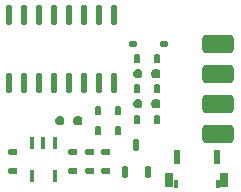
<source format=gtp>
G04*
G04 #@! TF.GenerationSoftware,Altium Limited,Altium Designer,22.3.1 (43)*
G04*
G04 Layer_Color=8421504*
%FSTAX25Y25*%
%MOIN*%
G70*
G04*
G04 #@! TF.SameCoordinates,AA438D0C-BAC3-434F-BC1F-4FEAB2FC06D2*
G04*
G04*
G04 #@! TF.FilePolarity,Positive*
G04*
G01*
G75*
G04:AMPARAMS|DCode=19|XSize=30mil|YSize=22mil|CornerRadius=5.5mil|HoleSize=0mil|Usage=FLASHONLY|Rotation=0.000|XOffset=0mil|YOffset=0mil|HoleType=Round|Shape=RoundedRectangle|*
%AMROUNDEDRECTD19*
21,1,0.03000,0.01100,0,0,0.0*
21,1,0.01900,0.02200,0,0,0.0*
1,1,0.01100,0.00950,-0.00550*
1,1,0.01100,-0.00950,-0.00550*
1,1,0.01100,-0.00950,0.00550*
1,1,0.01100,0.00950,0.00550*
%
%ADD19ROUNDEDRECTD19*%
%ADD20R,0.01772X0.03937*%
%ADD21R,0.02362X0.04724*%
%ADD22R,0.01575X0.02559*%
%ADD23R,0.02559X0.05118*%
G04:AMPARAMS|DCode=24|XSize=30mil|YSize=30mil|CornerRadius=7.5mil|HoleSize=0mil|Usage=FLASHONLY|Rotation=180.000|XOffset=0mil|YOffset=0mil|HoleType=Round|Shape=RoundedRectangle|*
%AMROUNDEDRECTD24*
21,1,0.03000,0.01500,0,0,180.0*
21,1,0.01500,0.03000,0,0,180.0*
1,1,0.01500,-0.00750,0.00750*
1,1,0.01500,0.00750,0.00750*
1,1,0.01500,0.00750,-0.00750*
1,1,0.01500,-0.00750,-0.00750*
%
%ADD24ROUNDEDRECTD24*%
%ADD25P,0.03247X8X202.5*%
G04:AMPARAMS|DCode=26|XSize=17.72mil|YSize=39.37mil|CornerRadius=4.43mil|HoleSize=0mil|Usage=FLASHONLY|Rotation=180.000|XOffset=0mil|YOffset=0mil|HoleType=Round|Shape=RoundedRectangle|*
%AMROUNDEDRECTD26*
21,1,0.01772,0.03051,0,0,180.0*
21,1,0.00886,0.03937,0,0,180.0*
1,1,0.00886,-0.00443,0.01526*
1,1,0.00886,0.00443,0.01526*
1,1,0.00886,0.00443,-0.01526*
1,1,0.00886,-0.00443,-0.01526*
%
%ADD26ROUNDEDRECTD26*%
G04:AMPARAMS|DCode=27|XSize=62.99mil|YSize=106.3mil|CornerRadius=15.75mil|HoleSize=0mil|Usage=FLASHONLY|Rotation=270.000|XOffset=0mil|YOffset=0mil|HoleType=Round|Shape=RoundedRectangle|*
%AMROUNDEDRECTD27*
21,1,0.06299,0.07480,0,0,270.0*
21,1,0.03150,0.10630,0,0,270.0*
1,1,0.03150,-0.03740,-0.01575*
1,1,0.03150,-0.03740,0.01575*
1,1,0.03150,0.03740,0.01575*
1,1,0.03150,0.03740,-0.01575*
%
%ADD27ROUNDEDRECTD27*%
G04:AMPARAMS|DCode=28|XSize=30mil|YSize=22mil|CornerRadius=5.5mil|HoleSize=0mil|Usage=FLASHONLY|Rotation=270.000|XOffset=0mil|YOffset=0mil|HoleType=Round|Shape=RoundedRectangle|*
%AMROUNDEDRECTD28*
21,1,0.03000,0.01100,0,0,270.0*
21,1,0.01900,0.02200,0,0,270.0*
1,1,0.01100,-0.00550,-0.00950*
1,1,0.01100,-0.00550,0.00950*
1,1,0.01100,0.00550,0.00950*
1,1,0.01100,0.00550,-0.00950*
%
%ADD28ROUNDEDRECTD28*%
G04:AMPARAMS|DCode=29|XSize=19.68mil|YSize=23.62mil|CornerRadius=4.92mil|HoleSize=0mil|Usage=FLASHONLY|Rotation=270.000|XOffset=0mil|YOffset=0mil|HoleType=Round|Shape=RoundedRectangle|*
%AMROUNDEDRECTD29*
21,1,0.01968,0.01378,0,0,270.0*
21,1,0.00984,0.02362,0,0,270.0*
1,1,0.00984,-0.00689,-0.00492*
1,1,0.00984,-0.00689,0.00492*
1,1,0.00984,0.00689,0.00492*
1,1,0.00984,0.00689,-0.00492*
%
%ADD29ROUNDEDRECTD29*%
%ADD30O,0.02165X0.07087*%
D19*
X005Y0012665D02*
D03*
Y0006265D02*
D03*
X0061Y0006265D02*
D03*
Y0012665D02*
D03*
X003Y0012665D02*
D03*
Y0006265D02*
D03*
X00555Y0012665D02*
D03*
Y0006265D02*
D03*
D20*
X003626Y0004488D02*
D03*
X004374D02*
D03*
X004Y0015512D02*
D03*
X004374D02*
D03*
X003626D02*
D03*
D21*
X0084407Y0010978D02*
D03*
X0097793D02*
D03*
D22*
X0084013Y0002022D02*
D03*
X0098187D02*
D03*
D23*
X0081946Y0003301D02*
D03*
X0100253D02*
D03*
D24*
X0077559Y0038464D02*
D03*
Y0028464D02*
D03*
X0051559Y0022964D02*
D03*
D25*
X0071441Y0038464D02*
D03*
Y0028464D02*
D03*
X0045441Y0022964D02*
D03*
D26*
X006726Y0005965D02*
D03*
X007474D02*
D03*
X0071Y0014894D02*
D03*
D27*
X0098335Y0048465D02*
D03*
Y0038465D02*
D03*
Y0028465D02*
D03*
Y0018465D02*
D03*
D28*
X00777Y0033465D02*
D03*
X00713D02*
D03*
X00777Y0043465D02*
D03*
X00713D02*
D03*
X00777Y0023365D02*
D03*
X00713D02*
D03*
X00583Y0026265D02*
D03*
X00647D02*
D03*
X00647Y0019665D02*
D03*
X00583D02*
D03*
D29*
X0069766Y0048465D02*
D03*
X0080234D02*
D03*
D30*
X00285Y0035638D02*
D03*
X00335D02*
D03*
X00385D02*
D03*
X00435D02*
D03*
X00485D02*
D03*
X00535D02*
D03*
X00585D02*
D03*
X00635D02*
D03*
X00285Y0058291D02*
D03*
X00335D02*
D03*
X00385D02*
D03*
X00435D02*
D03*
X00485D02*
D03*
X00535D02*
D03*
X00585D02*
D03*
X00635D02*
D03*
M02*

</source>
